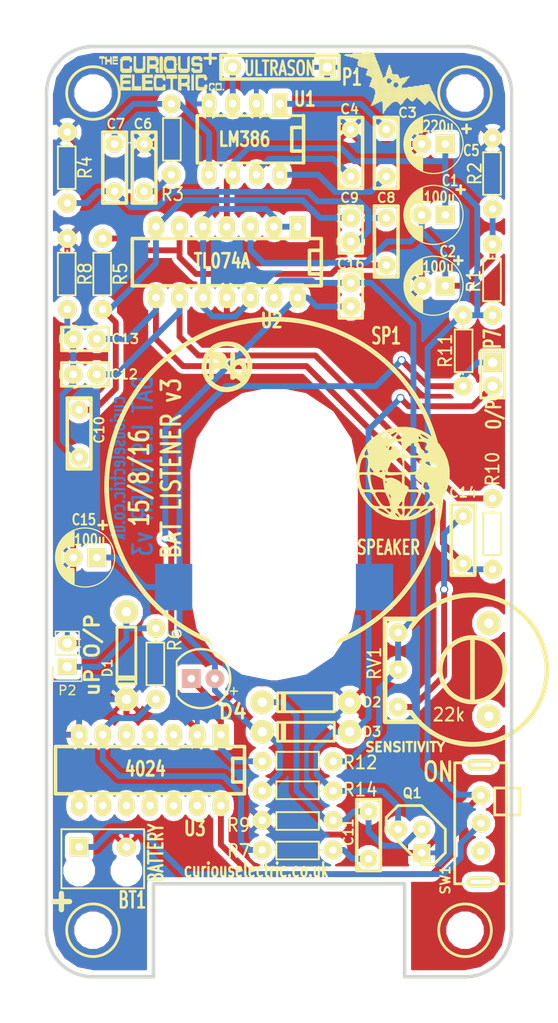
<source format=kicad_pcb>
(kicad_pcb (version 4) (host pcbnew 4.0.2-stable)
  (title_block (date "10 sep 2013"))
  (layers (0 Component signal) (31 Copper signal) (34 B.Paste user) (35 F.Paste user) (36 B.SilkS user) (37 F.SilkS user) (38 B.Mask user) (39 F.Mask user) (44 Edge.Cuts user))
  (net 0 "")
  (net 1 +BATT)
  (net 2 GND)
  (net 3 GNDA)
  (net 4 "Net-(BT1-Pad1)")
  (net 5 "Net-(C1-Pad2)")
  (net 6 "Net-(C3-Pad1)")
  (net 7 "Net-(C3-Pad2)")
  (net 8 "Net-(C4-Pad1)")
  (net 9 "Net-(C6-Pad1)")
  (net 10 "Net-(C7-Pad1)")
  (net 11 "Net-(C7-Pad2)")
  (net 12 "Net-(C8-Pad1)")
  (net 13 "Net-(C10-Pad2)")
  (net 14 "Net-(C10-Pad1)")
  (net 15 "Net-(C11-Pad1)")
  (net 16 "Net-(C11-Pad2)")
  (net 17 "Net-(C12-Pad1)")
  (net 18 "Net-(C13-Pad1)")
  (net 19 "Net-(C14-Pad1)")
  (net 20 "Net-(C15-Pad1)")
  (net 21 "Net-(C16-Pad1)")
  (net 22 "Net-(C16-Pad2)")
  (net 23 "Net-(D1-Pad1)")
  (net 24 "Net-(D3-Pad1)")
  (net 25 "Net-(P1-Pad2)")
  (net 26 "Net-(R6-Pad1)")
  (net 27 "Net-(U3-Pad3)")
  (net 28 "Net-(U3-Pad4)")
  (net 29 "Net-(U3-Pad5)")
  (net 30 "Net-(U3-Pad9)")
  (net 31 "Net-(U3-Pad11)")
  (net 32 "Net-(U3-Pad12)")
  (module TH_SPEAKER_36mm (layer Component) (at 124.465 87.31)
    (fp_text reference SP1 (at 12.06 -16.19) (layer F.SilkS) (effects (font (size 1.72974 1.08712) (thickness 0.27178))))
    (fp_text value SPEAKER (at 12.314 6.543) (layer F.SilkS) (effects (font (size 1.524 1.016) (thickness 0.254))))
    (pad 1 smd rect (at -10.795 10.795) (size 4 5) (layers Copper B.Paste B.Mask) (net 20 "Net-(C15-Pad1)"))
    (pad 2 smd rect (at 10.795 10.795) (size 4 5) (layers Copper B.Paste B.Mask) (net 24 "Net-(D3-Pad1)"))
    (pad "" np_thru_hole oval (at 0 5.08) (size 17 30) (drill oval 17 30) (layers *.Cu *.Mask))
  )
  (module DIP-14__300_ELL_lg_pad (layer Component) (at 111.13 117.79 180)
    (fp_text reference U3 (at -4.821 -6.289 360) (layer F.SilkS) (effects (font (size 1.524 1.143) (thickness 0.28702))))
    (fp_text value 4024 (at 0.508 0.127 180) (layer F.SilkS) (effects (font (size 1.524 1.143) (thickness 0.28575))))
    (pad 1 thru_hole rect (at -7.62 3.81 180) (size 1.778 2.286) (drill 0.8) (layers *.Cu *.Mask F.SilkS) (net 22 "Net-(C16-Pad2)"))
    (pad 2 thru_hole oval (at -5.08 3.81 180) (size 1.778 2.286) (drill 0.8) (layers *.Cu *.Mask F.SilkS) (net 2 GND))
    (pad 3 thru_hole oval (at -2.54 3.81 180) (size 1.778 2.286) (drill 0.8) (layers *.Cu *.Mask F.SilkS) (net 27 "Net-(U3-Pad3)"))
    (pad 4 thru_hole oval (at 0 3.81 180) (size 1.778 2.286) (drill 0.8) (layers *.Cu *.Mask F.SilkS) (net 28 "Net-(U3-Pad4)"))
    (pad 5 thru_hole oval (at 2.54 3.81 180) (size 1.778 2.286) (drill 0.8) (layers *.Cu *.Mask F.SilkS) (net 29 "Net-(U3-Pad5)"))
    (pad 6 thru_hole oval (at 5.08 3.81 180) (size 1.778 2.286) (drill 0.8) (layers *.Cu *.Mask F.SilkS) (net 26 "Net-(R6-Pad1)"))
    (pad 7 thru_hole oval (at 7.62 3.81 180) (size 1.778 2.286) (drill 0.8) (layers *.Cu *.Mask F.SilkS) (net 2 GND))
    (pad 8 thru_hole oval (at 7.62 -3.81 180) (size 1.778 2.286) (drill 0.8) (layers *.Cu *.Mask F.SilkS))
    (pad 9 thru_hole oval (at 5.08 -3.81 180) (size 1.778 2.286) (drill 0.8) (layers *.Cu *.Mask F.SilkS) (net 30 "Net-(U3-Pad9)"))
    (pad 10 thru_hole oval (at 2.54 -3.81 180) (size 1.778 2.286) (drill 0.8) (layers *.Cu *.Mask F.SilkS))
    (pad 11 thru_hole oval (at 0 -3.81 180) (size 1.778 2.286) (drill 0.8) (layers *.Cu *.Mask F.SilkS) (net 31 "Net-(U3-Pad11)"))
    (pad 12 thru_hole oval (at -2.54 -3.81 180) (size 1.778 2.286) (drill 0.8) (layers *.Cu *.Mask F.SilkS) (net 32 "Net-(U3-Pad12)"))
    (pad 13 thru_hole oval (at -5.08 -3.81 180) (size 1.778 2.286) (drill 0.8) (layers *.Cu *.Mask F.SilkS))
    (pad 14 thru_hole oval (at -7.62 -3.81 180) (size 1.778 2.286) (drill 0.8) (layers *.Cu *.Mask F.SilkS) (net 1 +BATT))
  )
  (module TH_LED-5MM_larg_pad (layer Component) (at 116.84 107.95 180)
    (fp_text reference D4 (at -3.175 -3.556 180) (layer F.SilkS) (effects (font (thickness 0.3048))))
    (fp_text value SENSE hide)
    (fp_text user + (at -3.302 -1.27 180) (layer F.SilkS))
    (pad 2 thru_hole circle (at -1.27 0 180) (size 2.032 2.032) (drill 0.8128) (layers *.Cu *.SilkS *.Mask F.Paste) (net 20 "Net-(C15-Pad1)"))
    (pad 1 thru_hole rect (at 1.27 0 180) (size 2.032 2.032) (drill 0.8128) (layers *.Cu *.SilkS *.Mask F.Paste) (net 24 "Net-(D3-Pad1)"))
  )
  (module Batt_Connector_Strain_Relief (layer Component) (at 104.78 126.045)
    (fp_text reference BT1 (at 4.445 5.715 180) (layer F.SilkS) (effects (font (size 1.72974 1.08712) (thickness 0.27178))))
    (fp_text value BATTERY (at 6.985 0.635 90) (layer F.SilkS) (effects (font (size 1.524 1.016) (thickness 0.254))))
    (fp_text user + (at -3.175 5.715) (layer F.SilkS) (effects (font (size 2.286 2.286) (thickness 0.5715))))
    (pad 1 thru_hole rect (at -1.27 0) (size 2.032 2.032) (drill 0.8001) (layers *.Cu *.Mask F.SilkS) (net 4 "Net-(BT1-Pad1)"))
    (pad 2 thru_hole circle (at 3.81 0) (size 2.032 2.032) (drill 0.8001) (layers *.Cu *.Mask F.SilkS) (net 2 GND))
    (pad "" np_thru_hole circle (at -1.27 2.54) (size 2.4 2.4) (drill 2.4) (layers *.Cu *.Mask F.SilkS))
    (pad 4 np_thru_hole circle (at 3.81 2.54) (size 2.4 2.4) (drill 2.4) (layers *.Cu *.Mask F.SilkS))
  )
  (module SW_SPDT_R_Angle_ALIEX (layer Component) (at 146.69 123.505)
    (fp_text reference SW1 (at -3.81 6.096 270) (layer F.SilkS) (effects (font (size 1.016 1.016) (thickness 0.2032))))
    (fp_text value ON/OFF hide)
    (pad 2 thru_hole circle (at 0.0254 0.00762) (size 2 2) (drill 0.8) (layers *.Cu *.Mask F.SilkS) (net 4 "Net-(BT1-Pad1)"))
    (pad 1 thru_hole circle (at 0 -3) (size 2 2) (drill 0.8) (layers *.Cu *.Mask F.SilkS) (net 1 +BATT))
    (pad 3 thru_hole circle (at 0 3) (size 2 2) (drill 0.8) (layers *.Cu *.Mask F.SilkS))
    (pad 4 thru_hole oval (at 0 -6.3) (size 3 1.2) (drill oval 2.2 0.4) (layers *.Cu *.Mask F.SilkS))
    (pad 5 thru_hole oval (at 0 6.3) (size 3 1.2) (drill oval 2.2 0.4) (layers *.Cu *.Mask F.SilkS))
  )
  (module PCB_50x100mm_PP3_CutOut (layer Component) (at 100 140)
    (fp_text reference P5 hide)
    (fp_text value PCB hide)
    (pad "" np_thru_hole circle (at 45 -95) (size 3 3) (drill 3) (layers *.Cu *.Mask F.SilkS))
    (pad "" np_thru_hole circle (at 5 -95) (size 3 3) (drill 3) (layers *.Cu *.Mask F.SilkS))
    (pad "" np_thru_hole circle (at 5 -5) (size 3 3) (drill 3) (layers *.Cu *.Mask F.SilkS))
    (pad "" np_thru_hole circle (at 45 -5) (size 3 3) (drill 3) (layers *.Cu *.Mask F.SilkS))
  )
  (module REInnovationFootprint:C_1V7_TH (layer Component) (at 141.61 58.1 180)
    (fp_text reference C1 (at -1.778 3.683 180) (layer F.SilkS) (effects (font (size 1.143 0.889) (thickness 0.2032))))
    (fp_text value 100u (at -0.635 1.905 180) (layer F.SilkS) (effects (font (size 1.143 0.889) (thickness 0.2032))))
    (fp_text user + (at -2.921 2.794 180) (layer F.SilkS) (effects (font (size 1.143 1.143) (thickness 0.28702))))
    (pad 1 thru_hole rect (at -1.27 0 180) (size 2.032 2.032) (drill 0.8001) (layers *.Cu *.Mask F.SilkS) (net 1 +BATT))
    (pad 2 thru_hole circle (at 1.27 0 180) (size 2.032 2.032) (drill 0.8001) (layers *.Cu *.Mask F.SilkS) (net 5 "Net-(C1-Pad2)"))
  )
  (module REInnovationFootprint:C_1V7_TH (layer Component) (at 141.61 65.72 180)
    (fp_text reference C2 (at -1.524 3.683 180) (layer F.SilkS) (effects (font (size 1.143 0.889) (thickness 0.2032))))
    (fp_text value 100u (at -0.508 2.032 180) (layer F.SilkS) (effects (font (size 1.143 0.889) (thickness 0.2032))))
    (fp_text user + (at -2.667 2.794 180) (layer F.SilkS) (effects (font (size 1.143 1.143) (thickness 0.28702))))
    (pad 1 thru_hole rect (at -1.27 0 180) (size 2.032 2.032) (drill 0.8001) (layers *.Cu *.Mask F.SilkS) (net 5 "Net-(C1-Pad2)"))
    (pad 2 thru_hole circle (at 1.27 0 180) (size 2.032 2.032) (drill 0.8001) (layers *.Cu *.Mask F.SilkS) (net 2 GND))
  )
  (module matts_components:C1_wide_lg_pad (layer Component) (at 136.525 50.165 270)
    (fp_text reference C3 (at -3.048 -2.286 360) (layer F.SilkS) (effects (font (size 1.016 1.016) (thickness 0.2032))))
    (fp_text value 220n hide)
    (pad 1 thru_hole circle (at -1.27 0 270) (size 1.905 1.905) (drill 0.8001) (layers *.Cu *.Mask F.SilkS) (net 6 "Net-(C3-Pad1)"))
    (pad 2 thru_hole circle (at 3.81 0 270) (size 1.905 1.905) (drill 0.8001) (layers *.Cu *.Mask F.SilkS) (net 7 "Net-(C3-Pad2)"))
  )
  (module matts_components:C1_wide_lg_pad (layer Component) (at 132.715 52.705 90)
    (fp_text reference C4 (at 5.969 -0.127 180) (layer F.SilkS) (effects (font (size 1.016 1.016) (thickness 0.2032))))
    (fp_text value 47n hide)
    (pad 1 thru_hole circle (at -1.27 0 90) (size 1.905 1.905) (drill 0.8001) (layers *.Cu *.Mask F.SilkS) (net 8 "Net-(C4-Pad1)"))
    (pad 2 thru_hole circle (at 3.81 0 90) (size 1.905 1.905) (drill 0.8001) (layers *.Cu *.Mask F.SilkS) (net 2 GND))
  )
  (module REInnovationFootprint:C_1V7_TH (layer Component) (at 141.61 50.48 180)
    (fp_text reference C5 (at -4.059 -0.701 180) (layer F.SilkS) (effects (font (size 1.143 0.889) (thickness 0.2032))))
    (fp_text value 220u (at -0.508 1.905 180) (layer F.SilkS) (effects (font (size 1.143 0.889) (thickness 0.2032))))
    (fp_text user + (at -3.551 1.712 180) (layer F.SilkS) (effects (font (size 1.143 1.143) (thickness 0.28702))))
    (pad 1 thru_hole rect (at -1.27 0 180) (size 2.032 2.032) (drill 0.8001) (layers *.Cu *.Mask F.SilkS) (net 1 +BATT))
    (pad 2 thru_hole circle (at 1.27 0 180) (size 2.032 2.032) (drill 0.8001) (layers *.Cu *.Mask F.SilkS) (net 2 GND))
  )
  (module matts_components:C1_wide_lg_pad (layer Component) (at 110.495 54.29 90)
    (fp_text reference C6 (at 5.969 -0.127 180) (layer F.SilkS) (effects (font (size 1.016 1.016) (thickness 0.2032))))
    (fp_text value 47n hide)
    (pad 1 thru_hole circle (at -1.27 0 90) (size 1.905 1.905) (drill 0.8001) (layers *.Cu *.Mask F.SilkS) (net 9 "Net-(C6-Pad1)"))
    (pad 2 thru_hole circle (at 3.81 0 90) (size 1.905 1.905) (drill 0.8001) (layers *.Cu *.Mask F.SilkS) (net 2 GND))
  )
  (module matts_components:C1_wide_lg_pad (layer Component) (at 107.32 51.75 270)
    (fp_text reference C7 (at -3.429 -0.127 360) (layer F.SilkS) (effects (font (size 1.016 1.016) (thickness 0.2032))))
    (fp_text value 2n2 hide)
    (pad 1 thru_hole circle (at -1.27 0 270) (size 1.905 1.905) (drill 0.8001) (layers *.Cu *.Mask F.SilkS) (net 10 "Net-(C7-Pad1)"))
    (pad 2 thru_hole circle (at 3.81 0 270) (size 1.905 1.905) (drill 0.8001) (layers *.Cu *.Mask F.SilkS) (net 11 "Net-(C7-Pad2)"))
  )
  (module matts_components:C1_wide_lg_pad (layer Component) (at 136.525 62.23 90)
    (fp_text reference C8 (at 5.969 0 180) (layer F.SilkS) (effects (font (size 1.016 1.016) (thickness 0.2032))))
    (fp_text value 1n5 hide)
    (pad 1 thru_hole circle (at -1.27 0 90) (size 1.905 1.905) (drill 0.8001) (layers *.Cu *.Mask F.SilkS) (net 12 "Net-(C8-Pad1)"))
    (pad 2 thru_hole circle (at 3.81 0 90) (size 1.905 1.905) (drill 0.8001) (layers *.Cu *.Mask F.SilkS) (net 11 "Net-(C7-Pad2)"))
  )
  (module matts_components:C1_lg_pad (layer Component) (at 132.715 59.69 270)
    (fp_text reference C9 (at -3.429 0.127 360) (layer F.SilkS) (effects (font (size 1.016 1.016) (thickness 0.2032))))
    (fp_text value 100p hide)
    (pad 1 thru_hole circle (at -1.27 0 270) (size 2.032 2.032) (drill 0.8001) (layers *.Cu *.Mask F.SilkS) (net 13 "Net-(C10-Pad2)"))
    (pad 2 thru_hole circle (at 1.27 0 270) (size 2.032 2.032) (drill 0.8001) (layers *.Cu *.Mask F.SilkS) (net 11 "Net-(C7-Pad2)"))
  )
  (module matts_components:C1_wide_lg_pad (layer Component) (at 103.51 82.865 90)
    (fp_text reference C10 (at 1.651 2.159 90) (layer F.SilkS) (effects (font (size 1.016 1.016) (thickness 0.2032))))
    (fp_text value 1n hide)
    (pad 1 thru_hole circle (at -1.27 0 90) (size 1.905 1.905) (drill 0.8001) (layers *.Cu *.Mask F.SilkS) (net 14 "Net-(C10-Pad1)"))
    (pad 2 thru_hole circle (at 3.81 0 90) (size 1.905 1.905) (drill 0.8001) (layers *.Cu *.Mask F.SilkS) (net 13 "Net-(C10-Pad2)"))
  )
  (module matts_components:C1_wide_lg_pad (layer Component) (at 134.625 126.045 90)
    (fp_text reference C11 (at 1.585 -2.164 270) (layer F.SilkS) (effects (font (size 1.016 1.016) (thickness 0.2032))))
    (fp_text value 33n hide)
    (pad 1 thru_hole circle (at -1.27 0 90) (size 1.905 1.905) (drill 0.8001) (layers *.Cu *.Mask F.SilkS) (net 15 "Net-(C11-Pad1)"))
    (pad 2 thru_hole circle (at 3.81 0 90) (size 1.905 1.905) (drill 0.8001) (layers *.Cu *.Mask F.SilkS) (net 16 "Net-(C11-Pad2)"))
  )
  (module matts_components:C1_lg_pad (layer Component) (at 104.145 75.245 180)
    (fp_text reference C12 (at -4.191 0 180) (layer F.SilkS) (effects (font (size 1.016 1.016) (thickness 0.2032))))
    (fp_text value 470p hide)
    (pad 1 thru_hole circle (at -1.27 0 180) (size 2.032 2.032) (drill 0.8001) (layers *.Cu *.Mask F.SilkS) (net 17 "Net-(C12-Pad1)"))
    (pad 2 thru_hole circle (at 1.27 0 180) (size 2.032 2.032) (drill 0.8001) (layers *.Cu *.Mask F.SilkS) (net 14 "Net-(C10-Pad1)"))
  )
  (module matts_components:C1_lg_pad (layer Component) (at 104.145 71.435 180)
    (fp_text reference C13 (at -4.318 0 180) (layer F.SilkS) (effects (font (size 1.016 1.016) (thickness 0.2032))))
    (fp_text value 470p hide)
    (pad 1 thru_hole circle (at -1.27 0 180) (size 2.032 2.032) (drill 0.8001) (layers *.Cu *.Mask F.SilkS) (net 18 "Net-(C13-Pad1)"))
    (pad 2 thru_hole circle (at 1.27 0 180) (size 2.032 2.032) (drill 0.8001) (layers *.Cu *.Mask F.SilkS) (net 14 "Net-(C10-Pad1)"))
  )
  (module matts_components:C1_wide_lg_pad (layer Component) (at 144.785 91.755 270)
    (fp_text reference C14 (at -3.81 0 360) (layer F.SilkS) (effects (font (size 1.016 1.016) (thickness 0.2032))))
    (fp_text value 100n hide)
    (pad 1 thru_hole circle (at -1.27 0 270) (size 1.905 1.905) (drill 0.8001) (layers *.Cu *.Mask F.SilkS) (net 19 "Net-(C14-Pad1)"))
    (pad 2 thru_hole circle (at 3.81 0 270) (size 1.905 1.905) (drill 0.8001) (layers *.Cu *.Mask F.SilkS) (net 18 "Net-(C13-Pad1)"))
  )
  (module REInnovationFootprint:C_1V7_TH (layer Component) (at 104.145 94.93 180)
    (fp_text reference C15 (at 0.127 4.064 180) (layer F.SilkS) (effects (font (size 1.143 0.889) (thickness 0.2032))))
    (fp_text value 100u (at -0.508 1.905 180) (layer F.SilkS) (effects (font (size 1.143 0.889) (thickness 0.2032))))
    (fp_text user + (at -1.905 3.556 180) (layer F.SilkS) (effects (font (size 1.143 1.143) (thickness 0.28702))))
    (pad 1 thru_hole rect (at -1.27 0 180) (size 2.032 2.032) (drill 0.8001) (layers *.Cu *.Mask F.SilkS) (net 20 "Net-(C15-Pad1)"))
    (pad 2 thru_hole circle (at 1.27 0 180) (size 2.032 2.032) (drill 0.8001) (layers *.Cu *.Mask F.SilkS) (net 2 GND))
  )
  (module matts_components:C1_lg_pad (layer Component) (at 132.715 66.675 270)
    (fp_text reference C16 (at -3.302 0 360) (layer F.SilkS) (effects (font (size 1.016 1.016) (thickness 0.2032))))
    (fp_text value 100p hide)
    (pad 1 thru_hole circle (at -1.27 0 270) (size 2.032 2.032) (drill 0.8001) (layers *.Cu *.Mask F.SilkS) (net 21 "Net-(C16-Pad1)"))
    (pad 2 thru_hole circle (at 1.27 0 270) (size 2.032 2.032) (drill 0.8001) (layers *.Cu *.Mask F.SilkS) (net 22 "Net-(C16-Pad2)"))
  )
  (module REInnovationFootprint:TH_Diode_1 (layer Component) (at 108.59 105.09 270)
    (fp_text reference D1 (at 1.717 2.037 270) (layer F.SilkS) (effects (font (size 1.016 1.016) (thickness 0.2032))))
    (fp_text value "5V1 ZENER" hide)
    (pad 2 thru_hole circle (at 5.08 0 270) (size 2.54 2.54) (drill 1.00076) (layers *.Cu *.Mask F.SilkS) (net 2 GND))
    (pad 1 thru_hole circle (at -4.318 0 270) (size 2.54 2.54) (drill 1.00076) (layers *.Cu *.Mask F.SilkS) (net 23 "Net-(D1-Pad1)"))
  )
  (module REInnovationFootprint:TH_Diode_1 (layer Component) (at 128.27 110.49 180)
    (fp_text reference D2 (at -6.731 0 180) (layer F.SilkS) (effects (font (size 1.016 1.016) (thickness 0.2032))))
    (fp_text value 1N4148 hide)
    (pad 2 thru_hole circle (at 5.08 0 180) (size 2.54 2.54) (drill 1.00076) (layers *.Cu *.Mask F.SilkS) (net 16 "Net-(C11-Pad2)"))
    (pad 1 thru_hole circle (at -4.318 0 180) (size 2.54 2.54) (drill 1.00076) (layers *.Cu *.Mask F.SilkS) (net 2 GND))
  )
  (module REInnovationFootprint:TH_Diode_1 (layer Component) (at 128.27 113.665 180)
    (fp_text reference D3 (at -6.731 0 180) (layer F.SilkS) (effects (font (size 1.016 1.016) (thickness 0.2032))))
    (fp_text value 1N4148 hide)
    (pad 2 thru_hole circle (at 5.08 0 180) (size 2.54 2.54) (drill 1.00076) (layers *.Cu *.Mask F.SilkS) (net 20 "Net-(C15-Pad1)"))
    (pad 1 thru_hole circle (at -4.318 0 180) (size 2.54 2.54) (drill 1.00076) (layers *.Cu *.Mask F.SilkS) (net 24 "Net-(D3-Pad1)"))
  )
  (module REInnovationFootprint:TO92-EBC_large_pad (layer Component) (at 139.07 125.41 270)
    (fp_text reference Q1 (at -5.141 -0.249 360) (layer F.SilkS) (effects (font (size 1.016 1.016) (thickness 0.2032))))
    (fp_text value BC337 hide)
    (pad 1 thru_hole rect (at 1.27 -1.27 270) (size 1.905 1.905) (drill 0.8001) (layers *.Cu *.Mask F.SilkS) (net 2 GND))
    (pad 2 thru_hole circle (at -1.27 -1.27 270) (size 1.905 1.905) (drill 0.8001) (layers *.Cu *.Mask F.SilkS) (net 16 "Net-(C11-Pad2)"))
    (pad 3 thru_hole circle (at -1.27 1.27 270) (size 1.905 1.905) (drill 0.8001) (layers *.Cu *.Mask F.SilkS) (net 24 "Net-(D3-Pad1)"))
  )
  (module REInnovationFootprint:TH_Resistor_1 (layer Component) (at 147.96 65.085 90)
    (fp_text reference R1 (at -0.127 -2.032 90) (layer F.SilkS) (effects (font (size 1.397 1.27) (thickness 0.2032))))
    (fp_text value 47k hide)
    (pad 1 thru_hole circle (at -3.81 0 90) (size 2.032 2.032) (drill 0.8001) (layers *.Cu *.Mask F.SilkS) (net 1 +BATT))
    (pad 2 thru_hole circle (at 3.81 0 90) (size 2.032 2.032) (drill 0.8001) (layers *.Cu *.Mask F.SilkS) (net 5 "Net-(C1-Pad2)"))
  )
  (module REInnovationFootprint:TH_Resistor_1 (layer Component) (at 147.96 53.655 90)
    (fp_text reference R2 (at 0 -1.905 90) (layer F.SilkS) (effects (font (size 1.397 1.27) (thickness 0.2032))))
    (fp_text value 47k hide)
    (pad 1 thru_hole circle (at -3.81 0 90) (size 2.032 2.032) (drill 0.8001) (layers *.Cu *.Mask F.SilkS) (net 5 "Net-(C1-Pad2)"))
    (pad 2 thru_hole circle (at 3.81 0 90) (size 2.032 2.032) (drill 0.8001) (layers *.Cu *.Mask F.SilkS) (net 2 GND))
  )
  (module REInnovationFootprint:TH_Resistor_1 (layer Component) (at 113.416 49.972 270)
    (fp_text reference R3 (at 5.908 -0.122 540) (layer F.SilkS) (effects (font (size 1.397 1.27) (thickness 0.2032))))
    (fp_text value 10 hide)
    (pad 1 thru_hole circle (at -3.81 0 270) (size 2.032 2.032) (drill 0.8001) (layers *.Cu *.Mask F.SilkS) (net 10 "Net-(C7-Pad1)"))
    (pad 2 thru_hole circle (at 3.81 0 270) (size 2.032 2.032) (drill 0.8001) (layers *.Cu *.Mask F.SilkS) (net 9 "Net-(C6-Pad1)"))
  )
  (module REInnovationFootprint:TH_Resistor_1 (layer Component) (at 102.24 53.02 90)
    (fp_text reference R4 (at 0 1.905 270) (layer F.SilkS) (effects (font (size 1.397 1.27) (thickness 0.2032))))
    (fp_text value 1k3 hide)
    (pad 1 thru_hole circle (at -3.81 0 90) (size 2.032 2.032) (drill 0.8001) (layers *.Cu *.Mask F.SilkS) (net 11 "Net-(C7-Pad2)"))
    (pad 2 thru_hole circle (at 3.81 0 90) (size 2.032 2.032) (drill 0.8001) (layers *.Cu *.Mask F.SilkS) (net 2 GND))
  )
  (module REInnovationFootprint:TH_Resistor_1 (layer Component) (at 106.05 64.45 90)
    (fp_text reference R5 (at 0 1.905 90) (layer F.SilkS) (effects (font (size 1.397 1.27) (thickness 0.2032))))
    (fp_text value 150k hide)
    (pad 1 thru_hole circle (at -3.81 0 90) (size 2.032 2.032) (drill 0.8001) (layers *.Cu *.Mask F.SilkS) (net 13 "Net-(C10-Pad2)"))
    (pad 2 thru_hole circle (at 3.81 0 90) (size 2.032 2.032) (drill 0.8001) (layers *.Cu *.Mask F.SilkS) (net 12 "Net-(C8-Pad1)"))
  )
  (module REInnovationFootprint:TH_Resistor_1 (layer Component) (at 111.765 106.36 90)
    (fp_text reference R6 (at 2.601 2.027 90) (layer F.SilkS) (effects (font (size 1.397 1.27) (thickness 0.2032))))
    (fp_text value 100k hide)
    (pad 1 thru_hole circle (at -3.81 0 90) (size 2.032 2.032) (drill 0.8001) (layers *.Cu *.Mask F.SilkS) (net 26 "Net-(R6-Pad1)"))
    (pad 2 thru_hole circle (at 3.81 0 90) (size 2.032 2.032) (drill 0.8001) (layers *.Cu *.Mask F.SilkS) (net 23 "Net-(D1-Pad1)"))
  )
  (module REInnovationFootprint:TH_Resistor_1 (layer Component) (at 127 126.365 180)
    (fp_text reference R7 (at 6.35 -0.127 180) (layer F.SilkS) (effects (font (size 1.397 1.27) (thickness 0.2032))))
    (fp_text value 1k hide)
    (pad 1 thru_hole circle (at -3.81 0 180) (size 2.032 2.032) (drill 0.8001) (layers *.Cu *.Mask F.SilkS) (net 15 "Net-(C11-Pad1)"))
    (pad 2 thru_hole circle (at 3.81 0 180) (size 2.032 2.032) (drill 0.8001) (layers *.Cu *.Mask F.SilkS) (net 26 "Net-(R6-Pad1)"))
  )
  (module REInnovationFootprint:TH_Resistor_1 (layer Component) (at 102.24 64.45 90)
    (fp_text reference R8 (at 0 1.905 90) (layer F.SilkS) (effects (font (size 1.397 1.27) (thickness 0.2032))))
    (fp_text value 1k hide)
    (pad 1 thru_hole circle (at -3.81 0 90) (size 2.032 2.032) (drill 0.8001) (layers *.Cu *.Mask F.SilkS) (net 14 "Net-(C10-Pad1)"))
    (pad 2 thru_hole circle (at 3.81 0 90) (size 2.032 2.032) (drill 0.8001) (layers *.Cu *.Mask F.SilkS) (net 2 GND))
  )
  (module REInnovationFootprint:TH_Resistor_1 (layer Component) (at 127 123.19 180)
    (fp_text reference R9 (at 6.35 -0.508 180) (layer F.SilkS) (effects (font (size 1.397 1.27) (thickness 0.2032))))
    (fp_text value 470k hide)
    (pad 1 thru_hole circle (at -3.81 0 180) (size 2.032 2.032) (drill 0.8001) (layers *.Cu *.Mask F.SilkS) (net 16 "Net-(C11-Pad2)"))
    (pad 2 thru_hole circle (at 3.81 0 180) (size 2.032 2.032) (drill 0.8001) (layers *.Cu *.Mask F.SilkS) (net 2 GND))
  )
  (module REInnovationFootprint:TH_Resistor_1 (layer Component) (at 147.96 92.39 90)
    (fp_text reference R10 (at 6.985 0 270) (layer F.SilkS) (effects (font (size 1.397 1.27) (thickness 0.2032))))
    (fp_text value 560k hide)
    (pad 1 thru_hole circle (at -3.81 0 90) (size 2.032 2.032) (drill 0.8001) (layers *.Cu *.Mask F.SilkS) (net 18 "Net-(C13-Pad1)"))
    (pad 2 thru_hole circle (at 3.81 0 90) (size 2.032 2.032) (drill 0.8001) (layers *.Cu *.Mask F.SilkS) (net 17 "Net-(C12-Pad1)"))
  )
  (module REInnovationFootprint:TH_Resistor_1 (layer Component) (at 144.785 72.705 270)
    (fp_text reference R11 (at 0 1.905 270) (layer F.SilkS) (effects (font (size 1.397 1.27) (thickness 0.2032))))
    (fp_text value 100 hide)
    (pad 1 thru_hole circle (at -3.81 0 270) (size 2.032 2.032) (drill 0.8001) (layers *.Cu *.Mask F.SilkS) (net 1 +BATT))
    (pad 2 thru_hole circle (at 3.81 0 270) (size 2.032 2.032) (drill 0.8001) (layers *.Cu *.Mask F.SilkS) (net 20 "Net-(C15-Pad1)"))
  )
  (module REInnovationFootprint:TH_Resistor_1 (layer Component) (at 127 116.84)
    (fp_text reference R12 (at 6.731 0.127) (layer F.SilkS) (effects (font (size 1.397 1.27) (thickness 0.2032))))
    (fp_text value 10k hide)
    (pad 1 thru_hole circle (at -3.81 0) (size 2.032 2.032) (drill 0.8001) (layers *.Cu *.Mask F.SilkS) (net 22 "Net-(C16-Pad2)"))
    (pad 2 thru_hole circle (at 3.81 0) (size 2.032 2.032) (drill 0.8001) (layers *.Cu *.Mask F.SilkS) (net 21 "Net-(C16-Pad1)"))
  )
  (module REInnovationFootprint:TH_Resistor_1 (layer Component) (at 127 120.015)
    (fp_text reference R14 (at 6.731 -0.127) (layer F.SilkS) (effects (font (size 1.397 1.27) (thickness 0.2032))))
    (fp_text value 1k hide)
    (pad 1 thru_hole circle (at -3.81 0) (size 2.032 2.032) (drill 0.8001) (layers *.Cu *.Mask F.SilkS) (net 20 "Net-(C15-Pad1)"))
    (pad 2 thru_hole circle (at 3.81 0) (size 2.032 2.032) (drill 0.8001) (layers *.Cu *.Mask F.SilkS) (net 24 "Net-(D3-Pad1)"))
  )
  (module REInnovationFootprint:DIP-8_300_ELL (layer Component) (at 117.48 49.972 180)
    (fp_text reference U1 (at -10.287 4.318 180) (layer F.SilkS) (effects (font (size 1.524 1.143) (thickness 0.28702))))
    (fp_text value LM386 (at -3.81 0 180) (layer F.SilkS) (effects (font (size 1.524 1.143) (thickness 0.28702))))
    (pad 1 thru_hole rect (at -7.62 3.81 180) (size 1.5748 2.286) (drill 0.8128) (layers *.Cu *.Mask F.SilkS) (net 6 "Net-(C3-Pad1)"))
    (pad 2 thru_hole oval (at -5.08 3.81 180) (size 1.5748 2.286) (drill 0.8128) (layers *.Cu *.Mask F.SilkS) (net 2 GND))
    (pad 3 thru_hole oval (at -2.54 3.81 180) (size 1.5748 2.286) (drill 0.8128) (layers *.Cu *.Mask F.SilkS) (net 25 "Net-(P1-Pad2)"))
    (pad 4 thru_hole oval (at 0 3.81 180) (size 1.5748 2.286) (drill 0.8128) (layers *.Cu *.Mask F.SilkS) (net 2 GND))
    (pad 5 thru_hole oval (at 0 -3.81 180) (size 1.5748 2.286) (drill 0.8128) (layers *.Cu *.Mask F.SilkS) (net 10 "Net-(C7-Pad1)"))
    (pad 6 thru_hole oval (at -2.54 -3.81 180) (size 1.5748 2.286) (drill 0.8128) (layers *.Cu *.Mask F.SilkS) (net 1 +BATT))
    (pad 7 thru_hole oval (at -5.08 -3.81 180) (size 1.5748 2.286) (drill 0.8128) (layers *.Cu *.Mask F.SilkS) (net 8 "Net-(C4-Pad1)"))
    (pad 8 thru_hole oval (at -7.62 -3.81 180) (size 1.5748 2.286) (drill 0.8128) (layers *.Cu *.Mask F.SilkS) (net 7 "Net-(C3-Pad2)"))
  )
  (module matts_components:SIL-2_lg_pad_1mm (layer Component) (at 147.96 75.245 270)
    (fp_text reference P7 (at -3.81 0 270) (layer F.SilkS) (effects (font (size 1.72974 1.08712) (thickness 0.27178))))
    (fp_text value O/P (at 4.318 -0.127 270) (layer F.SilkS) (effects (font (size 1.524 1.016) (thickness 0.254))))
    (pad 1 thru_hole rect (at -1.27 0 270) (size 2.032 2.032) (drill 1.00076) (layers *.Cu *.Mask F.SilkS) (net 20 "Net-(C15-Pad1)"))
    (pad 2 thru_hole circle (at 1.27 0 270) (size 2.032 2.032) (drill 1.00076) (layers *.Cu *.Mask F.SilkS) (net 24 "Net-(D3-Pad1)"))
  )
  (module reinnovation-footprints:TH_PRESET_Thumb_Side (layer Component) (at 137.8 106.995)
    (fp_text reference RV1 (at -2.545 -0.696 270) (layer F.SilkS) (effects (font (size 1.397 1.27) (thickness 0.2032))))
    (fp_text value 22k (at 5.461 4.826) (layer F.SilkS) (effects (font (size 1.397 1.27) (thickness 0.2032))))
    (pad 5 thru_hole circle (at 9.75 5) (size 2.54 2.54) (drill 1) (layers *.Cu *.Mask F.SilkS))
    (pad 1 thru_hole circle (at 0 -4) (size 2 2) (drill 0.8) (layers *.Cu *.Mask F.SilkS) (net 21 "Net-(C16-Pad1)"))
    (pad 4 thru_hole circle (at 9.75 -5) (size 2.54 2.54) (drill 1) (layers *.Cu *.Mask F.SilkS))
    (pad 3 thru_hole circle (at 0 4) (size 2 2) (drill 0.8) (layers *.Cu *.Mask F.SilkS) (net 19 "Net-(C14-Pad1)"))
    (pad 2 thru_hole circle (at 0 0) (size 2 2) (drill 0.8) (layers *.Cu *.Mask F.SilkS) (net 21 "Net-(C16-Pad1)"))
  )
  (module reinnovation-footprints:TH_Ultra_sonic_Rx (layer Component) (at 128.91 42.225 180)
    (fp_text reference P1 (at -3.932 -1.082 180) (layer F.SilkS) (effects (font (size 1.72974 1.08712) (thickness 0.27178))))
    (fp_text value ULTRASON (at 3.81 -0.127 180) (layer F.SilkS) (effects (font (size 1.524 1.016) (thickness 0.254))))
    (fp_text user + (at 11.308 1.077 180) (layer F.SilkS) (effects (font (thickness 0.3048))))
    (pad 1 thru_hole rect (at -1.27 0 180) (size 1.80086 1.80086) (drill 1.00076) (layers *.Cu *.Mask F.SilkS) (net 2 GND))
    (pad 2 thru_hole circle (at 8.89 0 180) (size 1.80086 1.80086) (drill 1.00076) (layers *.Cu *.Mask F.SilkS) (net 25 "Net-(P1-Pad2)"))
  )
  (module reinnovation-footprints:TH_Pin_Header_Straight_1x02 (layer Component) (at 102.235 106.68 180)
    (fp_text reference P2 (at 0 -2.54 180) (layer F.SilkS))
    (fp_text value "uP O/P" (at -2.667 1.27 270) (layer F.SilkS) (effects (font (thickness 0.3048))))
    (pad 1 thru_hole rect (at 0 0 180) (size 2.032 1.7272) (drill 1.016) (layers *.Cu *.Mask F.SilkS) (net 23 "Net-(D1-Pad1)"))
    (pad 2 thru_hole oval (at 0 2.54 180) (size 2.032 1.7272) (drill 1.016) (layers *.Cu *.Mask F.SilkS) (net 2 GND))
  )
  (module CuriousElectric3:TCEC_Words_13mm (layer Component) (at 105.41 40.767)
    (fp_text reference P10 hide)
    (fp_text value LOGO1 hide)
  )
  (module CuriousElectric3:CuriousElectric_globe_10mm (layer Component) (at 138.303 85.852)
    (fp_text reference P11 hide)
    (fp_text value LOGO2 hide)
  )
  (module CuriousElectric3:Bat_Logo (layer Component) (at 131.826 40.005)
    (fp_text reference P4 hide)
    (fp_text value BAT hide)
  )
  (module REInnovationGraphics:PH_LOGO_NO_Pb (layer Component) (at 119.38 74.422)
    (fp_text reference P3 hide)
    (fp_text value NO_Pb hide)
  )
  (module REInnovationFootprint:DIP-14__300_ELL_lg_pad (layer Component) (at 119.385 63.18 180)
    (fp_text reference U2 (at -4.821 -6.289 360) (layer F.SilkS) (effects (font (size 1.524 1.143) (thickness 0.28702))))
    (fp_text value TL074A (at 0.508 0.127 180) (layer F.SilkS) (effects (font (size 1.524 1.143) (thickness 0.28575))))
    (pad 1 thru_hole rect (at -7.62 3.81 180) (size 1.778 2.286) (drill 0.8) (layers *.Cu *.Mask F.SilkS) (net 3 GNDA))
    (pad 2 thru_hole oval (at -5.08 3.81 180) (size 1.778 2.286) (drill 0.8) (layers *.Cu *.Mask F.SilkS) (net 3 GNDA))
    (pad 3 thru_hole oval (at -2.54 3.81 180) (size 1.778 2.286) (drill 0.8) (layers *.Cu *.Mask F.SilkS) (net 5 "Net-(C1-Pad2)"))
    (pad 4 thru_hole oval (at 0 3.81 180) (size 1.778 2.286) (drill 0.8) (layers *.Cu *.Mask F.SilkS) (net 1 +BATT))
    (pad 5 thru_hole oval (at 2.54 3.81 180) (size 1.778 2.286) (drill 0.8) (layers *.Cu *.Mask F.SilkS) (net 3 GNDA))
    (pad 6 thru_hole oval (at 5.08 3.81 180) (size 1.778 2.286) (drill 0.8) (layers *.Cu *.Mask F.SilkS) (net 12 "Net-(C8-Pad1)"))
    (pad 7 thru_hole oval (at 7.62 3.81 180) (size 1.778 2.286) (drill 0.8) (layers *.Cu *.Mask F.SilkS) (net 13 "Net-(C10-Pad2)"))
    (pad 8 thru_hole oval (at 7.62 -3.81 180) (size 1.778 2.286) (drill 0.8) (layers *.Cu *.Mask F.SilkS) (net 18 "Net-(C13-Pad1)"))
    (pad 9 thru_hole oval (at 5.08 -3.81 180) (size 1.778 2.286) (drill 0.8) (layers *.Cu *.Mask F.SilkS) (net 17 "Net-(C12-Pad1)"))
    (pad 10 thru_hole oval (at 2.54 -3.81 180) (size 1.778 2.286) (drill 0.8) (layers *.Cu *.Mask F.SilkS) (net 3 GNDA))
    (pad 11 thru_hole oval (at 0 -3.81 180) (size 1.778 2.286) (drill 0.8) (layers *.Cu *.Mask F.SilkS) (net 2 GND))
    (pad 12 thru_hole oval (at -2.54 -3.81 180) (size 1.778 2.286) (drill 0.8) (layers *.Cu *.Mask F.SilkS) (net 3 GNDA))
    (pad 13 thru_hole oval (at -5.08 -3.81 180) (size 1.778 2.286) (drill 0.8) (layers *.Cu *.Mask F.SilkS) (net 21 "Net-(C16-Pad1)"))
    (pad 14 thru_hole oval (at -7.62 -3.81 180) (size 1.778 2.286) (drill 0.8) (layers *.Cu *.Mask F.SilkS) (net 22 "Net-(C16-Pad2)"))
  )
  (gr_text ON (at 142.113 117.983) (layer F.SilkS) (effects (font (size 2.032 1.524) (thickness 0.3048))))
  (gr_text SENSITIVITY (at 138.557 115.316) (layer F.SilkS) (effects (font (size 1 1) (thickness 0.25))))
  (gr_text "BAT LISTENER v3" (at 110.363 85.09 90) (layer Copper) (effects (font (size 2.032 1.524) (thickness 0.3048)) (justify mirror)))
  (gr_text curiouselectric.co.uk (at 107.696 85.344 90) (layer Copper) (effects (font (size 1.50114 1.00076) (thickness 0.25019)) (justify mirror)))
  (gr_line (start 138.5 140) (end 145 140) (angle 90) (layer Edge.Cuts) (width 0.381))
  (gr_line (start 138.5 130) (end 138.5 140) (angle 90) (layer Edge.Cuts) (width 0.381))
  (gr_line (start 111.5 130) (end 138.5 130) (angle 90) (layer Edge.Cuts) (width 0.381))
  (gr_line (start 111.5 140) (end 111.5 130) (angle 90) (layer Edge.Cuts) (width 0.381))
  (gr_line (start 105 140) (end 111.5 140) (angle 90) (layer Edge.Cuts) (width 0.381))
  (gr_arc (start 105 135) (end 105 140) (angle 90) (layer Edge.Cuts) (width 0.381))
  (gr_arc (start 145 135) (end 150 135) (angle 90) (layer Edge.Cuts) (width 0.381))
  (gr_arc (start 145 45) (end 145 40) (angle 90) (layer Edge.Cuts) (width 0.381))
  (gr_arc (start 105 45) (end 100 45) (angle 90) (layer Edge.Cuts) (width 0.381))
  (gr_line (start 145 40) (end 105 40) (angle 90) (layer Edge.Cuts) (width 0.381))
  (gr_line (start 150 135) (end 150 45) (angle 90) (layer Edge.Cuts) (width 0.381))
  (gr_line (start 100 45) (end 100 135) (angle 90) (layer Edge.Cuts) (width 0.381))
  (gr_text 15/8/16 (at 109.982 86.36 90) (layer F.SilkS) (effects (font (size 2.032 1.524) (thickness 0.3048))))
  (gr_text curiouselectric.co.uk (at 122.555 128.524) (layer F.SilkS) (effects (font (size 1.50114 1.00076) (thickness 0.25019))))
  (gr_text "BAT LISTENER v3" (at 113.411 85.344 90) (layer F.SilkS) (effects (font (size 2.032 1.524) (thickness 0.3048))))
  (segment (start 120.02 53.782) (end 120.02 52.573) (width 0.635) (layer Copper) (net 1))
  (segment (start 133.096 52.324) (end 142.88 52.324) (width 0.635) (layer Copper) (net 1))
  (segment (start 131.699 50.927) (end 133.096 52.324) (width 0.635) (layer Copper) (net 1))
  (segment (start 121.666 50.927) (end 131.699 50.927) (width 0.635) (layer Copper) (net 1))
  (segment (start 120.02 52.573) (end 121.666 50.927) (width 0.635) (layer Copper) (net 1))
  (segment (start 140.975 104.963) (end 140.975 117.155) (width 0.635) (layer Copper) (net 1))
  (segment (start 144.2516 120.4316) (end 146.7154 120.4316) (width 0.635) (layer Copper) (net 1))
  (segment (start 140.975 117.155) (end 144.2516 120.4316) (width 0.635) (layer Copper) (net 1))
  (segment (start 144.785 68.895) (end 144.531 68.895) (width 0.635) (layer Copper) (net 1))
  (segment (start 144.531 68.895) (end 140.975 72.451) (width 0.635) (layer Copper) (net 1))
  (segment (start 140.975 72.451) (end 140.975 104.963) (width 0.635) (layer Copper) (net 1))
  (segment (start 140.975 104.963) (end 140.975 106.741) (width 0.635) (layer Copper) (net 1))
  (segment (start 146.309 68.895) (end 146.309 57.211) (width 0.635) (layer Copper) (net 1))
  (segment (start 146.309 57.211) (end 144.023 54.925) (width 0.635) (layer Copper) (net 1))
  (segment (start 144.785 68.895) (end 146.309 68.895) (width 0.635) (layer Copper) (net 1))
  (segment (start 146.309 68.895) (end 147.96 68.895) (width 0.635) (layer Copper) (net 1))
  (segment (start 118.75 121.6) (end 118.75 125.791) (width 0.635) (layer Component) (net 1))
  (segment (start 118.75 125.791) (end 121.925 128.966) (width 0.635) (layer Component) (net 1))
  (segment (start 121.925 128.966) (end 141.483 128.966) (width 0.635) (layer Component) (net 1))
  (segment (start 141.483 128.966) (end 143.515 126.934) (width 0.635) (layer Component) (net 1))
  (segment (start 143.515 126.934) (end 143.515 123.632) (width 0.635) (layer Component) (net 1))
  (segment (start 143.515 123.632) (end 146.7154 120.4316) (width 0.635) (layer Component) (net 1))
  (segment (start 120.02 53.782) (end 120.02 52.893) (width 0.635) (layer Copper) (net 1))
  (segment (start 142.88 54.925) (end 144.023 54.925) (width 0.635) (layer Copper) (net 1))
  (segment (start 119.385 59.37) (end 119.385 54.417) (width 0.635) (layer Component) (net 1))
  (segment (start 119.385 54.417) (end 120.02 53.782) (width 0.635) (layer Component) (net 1))
  (segment (start 142.88 50.48) (end 142.88 52.324) (width 0.635) (layer Copper) (net 1))
  (segment (start 142.88 52.324) (end 142.88 52.639) (width 0.635) (layer Copper) (net 1))
  (segment (start 142.88 52.639) (end 142.88 54.925) (width 0.635) (layer Copper) (net 1))
  (segment (start 142.88 54.925) (end 142.88 58.1) (width 0.635) (layer Copper) (net 1))
  (segment (start 119.385 66.99) (end 119.385 68.585) (width 0.635) (layer Component) (net 2))
  (segment (start 138.176 67.818) (end 138.176 67.884) (width 0.635) (layer Component) (net 2))
  (segment (start 136.144 69.85) (end 138.176 67.818) (width 0.635) (layer Component) (net 2))
  (segment (start 120.65 69.85) (end 136.144 69.85) (width 0.635) (layer Component) (net 2))
  (segment (start 119.385 68.585) (end 120.65 69.85) (width 0.635) (layer Component) (net 2))
  (segment (start 108.59 126.045) (end 108.59 124.719) (width 0.635) (layer Component) (net 2))
  (segment (start 102.814 123.825) (end 101.478 122.489) (width 0.635) (layer Component) (net 2))
  (segment (start 107.696 123.825) (end 102.814 123.825) (width 0.635) (layer Component) (net 2))
  (segment (start 108.59 124.719) (end 107.696 123.825) (width 0.635) (layer Component) (net 2))
  (segment (start 132.715 48.895) (end 132.715 49.276) (width 0.635) (layer Component) (net 2))
  (segment (start 132.715 49.276) (end 133.919 50.48) (width 0.635) (layer Component) (net 2))
  (segment (start 133.919 50.48) (end 140.34 50.48) (width 0.635) (layer Component) (net 2))
  (segment (start 138.562 51.435) (end 138.562 50.48) (width 0.635) (layer Component) (net 2))
  (segment (start 140.34 62.418) (end 138.562 60.64) (width 0.635) (layer Component) (net 2))
  (segment (start 138.562 60.64) (end 138.562 51.435) (width 0.635) (layer Component) (net 2))
  (segment (start 140.34 65.72) (end 140.34 62.418) (width 0.635) (layer Component) (net 2))
  (segment (start 138.562 50.48) (end 138.557 50.475) (width 0.635) (layer Component) (net 2))
  (segment (start 138.557 50.475) (end 138.557 50.419) (width 0.635) (layer Component) (net 2))
  (segment (start 138.557 50.419) (end 138.557 50.48) (width 0.635) (layer Component) (net 2))
  (segment (start 130.18 42.225) (end 130.18 48.702) (width 0.635) (layer Component) (net 2))
  (segment (start 130.302 48.514) (end 130.302 48.702) (width 0.635) (layer Component) (net 2))
  (segment (start 130.302 48.58) (end 130.302 48.514) (width 0.635) (layer Component) (net 2))
  (segment (start 130.18 48.702) (end 130.302 48.58) (width 0.635) (layer Component) (net 2))
  (segment (start 122.56 46.162) (end 122.56 48.702) (width 0.635) (layer Component) (net 2))
  (segment (start 122.555 48.641) (end 122.555 48.702) (width 0.635) (layer Component) (net 2))
  (segment (start 122.621 48.641) (end 122.555 48.641) (width 0.635) (layer Component) (net 2))
  (segment (start 122.682 48.702) (end 122.621 48.641) (width 0.635) (layer Component) (net 2))
  (segment (start 122.682 48.58) (end 122.682 48.702) (width 0.635) (layer Component) (net 2))
  (segment (start 122.56 48.702) (end 122.682 48.58) (width 0.635) (layer Component) (net 2))
  (segment (start 132.715 48.895) (end 133.223 48.895) (width 0.635) (layer Component) (net 2))
  (segment (start 124.333 48.702) (end 130.302 48.702) (width 0.635) (layer Component) (net 2))
  (segment (start 130.302 48.702) (end 132.522 48.702) (width 0.635) (layer Component) (net 2))
  (segment (start 122.555 48.702) (end 124.333 48.702) (width 0.635) (layer Component) (net 2))
  (segment (start 132.522 48.702) (end 132.715 48.895) (width 0.635) (layer Component) (net 2))
  (segment (start 108.59 110.17) (end 107.249 110.17) (width 0.635) (layer Component) (net 2))
  (segment (start 107.249 110.17) (end 105.029 107.95) (width 0.635) (layer Component) (net 2))
  (segment (start 102.235 104.14) (end 105.156 104.14) (width 0.635) (layer Component) (net 2))
  (segment (start 102.875 94.93) (end 102.875 99.573) (width 0.635) (layer Component) (net 2))
  (segment (start 101.473 114.3) (end 101.478 114.3) (width 0.635) (layer Component) (net 2))
  (segment (start 105.029 107.95) (end 101.473 111.506) (width 0.635) (layer Component) (net 2))
  (segment (start 101.473 111.506) (end 101.473 114.3) (width 0.635) (layer Component) (net 2))
  (segment (start 105.156 107.823) (end 105.029 107.95) (width 0.635) (layer Component) (net 2))
  (segment (start 105.156 104.14) (end 105.156 107.823) (width 0.635) (layer Component) (net 2))
  (segment (start 105.156 101.854) (end 105.156 104.14) (width 0.635) (layer Component) (net 2))
  (segment (start 102.875 99.573) (end 105.156 101.854) (width 0.635) (layer Component) (net 2))
  (segment (start 102.24 60.64) (end 102.24 62.616) (width 0.635) (layer Component) (net 2))
  (segment (start 102.875 90.165) (end 102.875 94.93) (width 0.635) (layer Component) (net 2))
  (segment (start 108.966 84.074) (end 102.875 90.165) (width 0.635) (layer Component) (net 2))
  (segment (start 108.966 68.072) (end 108.966 84.074) (width 0.635) (layer Component) (net 2))
  (segment (start 105.664 64.77) (end 108.966 68.072) (width 0.635) (layer Component) (net 2))
  (segment (start 104.394 64.77) (end 105.664 64.77) (width 0.635) (layer Component) (net 2))
  (segment (start 102.24 62.616) (end 104.394 64.77) (width 0.635) (layer Component) (net 2))
  (segment (start 132.588 110.49) (end 133.223 110.49) (width 0.635) (layer Component) (net 2))
  (segment (start 133.223 110.49) (end 142.24 119.507) (width 0.635) (layer Component) (net 2))
  (segment (start 142.24 119.507) (end 142.24 124.78) (width 0.635) (layer Component) (net 2))
  (segment (start 142.24 124.78) (end 140.34 126.68) (width 0.635) (layer Component) (net 2))
  (segment (start 140.34 126.68) (end 136.967 126.68) (width 0.635) (layer Component) (net 2))
  (segment (start 124.714 124.714) (end 123.19 123.19) (width 0.635) (layer Component) (net 2))
  (segment (start 135.001 124.714) (end 124.714 124.714) (width 0.635) (layer Component) (net 2))
  (segment (start 136.967 126.68) (end 135.001 124.714) (width 0.635) (layer Component) (net 2))
  (segment (start 123.19 123.19) (end 117.983 117.983) (width 0.635) (layer Component) (net 2))
  (segment (start 116.078 116.078) (end 116.078 114.112) (width 0.635) (layer Component) (net 2))
  (segment (start 117.983 117.983) (end 116.078 116.078) (width 0.635) (layer Component) (net 2))
  (segment (start 116.078 114.112) (end 116.21 113.98) (width 0.635) (layer Component) (net 2))
  (segment (start 108.59 126.045) (end 108.59 125.41) (width 0.635) (layer Component) (net 2))
  (segment (start 101.478 122.489) (end 101.478 114.3) (width 0.635) (layer Component) (net 2))
  (segment (start 101.478 114.3) (end 101.478 113.98) (width 0.635) (layer Component) (net 2))
  (segment (start 103.51 113.98) (end 101.478 113.98) (width 0.635) (layer Component) (net 2))
  (segment (start 116.21 114.869) (end 116.21 113.98) (width 0.635) (layer Component) (net 2))
  (segment (start 116.21 113.98) (end 116.21 113.472) (width 0.635) (layer Component) (net 2))
  (segment (start 116.21 113.472) (end 114.813 112.075) (width 0.635) (layer Component) (net 2))
  (segment (start 114.813 112.075) (end 108.844 112.075) (width 0.635) (layer Component) (net 2))
  (segment (start 108.844 112.075) (end 108.59 111.821) (width 0.635) (layer Component) (net 2))
  (segment (start 108.59 111.821) (end 108.59 110.17) (width 0.635) (layer Component) (net 2))
  (segment (start 138.176 67.884) (end 140.34 65.72) (width 0.635) (layer Component) (net 2))
  (segment (start 108.59 110.17) (end 105.034 110.17) (width 0.635) (layer Copper) (net 2))
  (segment (start 103.51 111.694) (end 103.51 113.98) (width 0.635) (layer Copper) (net 2))
  (segment (start 105.034 110.17) (end 103.51 111.694) (width 0.635) (layer Copper) (net 2))
  (segment (start 102.24 49.21) (end 102.24 49.464) (width 0.635) (layer Component) (net 2))
  (segment (start 102.24 49.464) (end 104.399 51.623) (width 0.635) (layer Component) (net 2))
  (segment (start 104.399 51.623) (end 104.399 58.481) (width 0.635) (layer Component) (net 2))
  (segment (start 104.399 58.481) (end 102.24 60.64) (width 0.635) (layer Component) (net 2))
  (segment (start 140.34 50.48) (end 140.34 49.464) (width 0.635) (layer Component) (net 2))
  (segment (start 140.34 49.464) (end 141.483 48.321) (width 0.635) (layer Component) (net 2))
  (segment (start 146.436 48.321) (end 147.96 49.845) (width 0.635) (layer Component) (net 2))
  (segment (start 141.483 48.321) (end 146.436 48.321) (width 0.635) (layer Component) (net 2))
  (segment (start 138.557 50.48) (end 139.07 50.48) (width 0.635) (layer Component) (net 2))
  (segment (start 139.07 50.48) (end 140.34 50.48) (width 0.635) (layer Component) (net 2))
  (segment (start 121.036 48.702) (end 122.555 48.702) (width 0.635) (layer Component) (net 2))
  (segment (start 117.48 48.702) (end 121.036 48.702) (width 0.635) (layer Component) (net 2))
  (segment (start 110.495 50.48) (end 115.702 50.48) (width 0.635) (layer Component) (net 2))
  (segment (start 117.48 48.702) (end 117.48 46.162) (width 0.635) (layer Component) (net 2))
  (segment (start 115.702 50.48) (end 117.48 48.702) (width 0.635) (layer Component) (net 2))
  (segment (start 102.24 49.464) (end 105.034 52.258) (width 0.635) (layer Component) (net 2))
  (segment (start 105.034 52.258) (end 108.717 52.258) (width 0.635) (layer Component) (net 2))
  (segment (start 108.717 52.258) (end 110.495 50.48) (width 0.635) (layer Component) (net 2))
  (segment (start 121.925 66.99) (end 121.925 67.371) (width 0.635) (layer Copper) (net 3))
  (segment (start 121.925 67.371) (end 120.274 69.022) (width 0.635) (layer Copper) (net 3))
  (segment (start 120.274 69.022) (end 117.861 69.022) (width 0.635) (layer Copper) (net 3))
  (segment (start 117.861 69.022) (end 116.845 68.006) (width 0.635) (layer Copper) (net 3))
  (segment (start 116.845 68.006) (end 116.845 66.99) (width 0.635) (layer Copper) (net 3))
  (segment (start 116.845 59.37) (end 116.845 58.608) (width 0.635) (layer Copper) (net 3))
  (segment (start 116.845 58.608) (end 117.988 57.465) (width 0.635) (layer Copper) (net 3))
  (segment (start 123.576 57.465) (end 124.465 58.354) (width 0.635) (layer Copper) (net 3))
  (segment (start 117.988 57.465) (end 123.576 57.465) (width 0.635) (layer Copper) (net 3))
  (segment (start 124.465 58.354) (end 124.465 59.37) (width 0.635) (layer Copper) (net 3))
  (segment (start 116.845 66.99) (end 116.845 59.37) (width 0.635) (layer Copper) (net 3))
  (segment (start 127.005 59.37) (end 124.465 59.37) (width 0.635) (layer Copper) (net 3))
  (segment (start 107.188 124.333) (end 110.236 124.333) (width 0.635) (layer Copper) (net 4))
  (segment (start 110.236 124.333) (end 114.869 128.966) (width 0.635) (layer Copper) (net 4))
  (segment (start 103.51 126.045) (end 105.222 126.045) (width 0.635) (layer Copper) (net 4))
  (segment (start 106.934 124.333) (end 107.188 124.333) (width 0.635) (layer Copper) (net 4))
  (segment (start 105.222 126.045) (end 106.934 124.333) (width 0.635) (layer Copper) (net 4))
  (segment (start 103.51 126.045) (end 104.145 126.045) (width 0.635) (layer Copper) (net 4))
  (segment (start 144.531 125.69702) (end 146.7154 123.51262) (width 0.635) (layer Copper) (net 4))
  (segment (start 144.531 127.188) (end 144.531 125.69702) (width 0.635) (layer Copper) (net 4))
  (segment (start 142.753 128.966) (end 144.531 127.188) (width 0.635) (layer Copper) (net 4))
  (segment (start 114.869 128.966) (end 142.753 128.966) (width 0.635) (layer Copper) (net 4))
  (segment (start 121.925 59.37) (end 121.925 61.854) (width 0.635) (layer Copper) (net 5))
  (segment (start 139.131 60.96) (end 140.34 59.751) (width 0.635) (layer Copper) (net 5))
  (segment (start 136.652 60.96) (end 139.131 60.96) (width 0.635) (layer Copper) (net 5))
  (segment (start 134.366 63.246) (end 136.652 60.96) (width 0.635) (layer Copper) (net 5))
  (segment (start 123.317 63.246) (end 134.366 63.246) (width 0.635) (layer Copper) (net 5))
  (segment (start 121.925 61.854) (end 123.317 63.246) (width 0.635) (layer Copper) (net 5))
  (segment (start 142.88 65.72) (end 145.039 65.72) (width 0.635) (layer Component) (net 5))
  (segment (start 147.96 62.799) (end 147.96 61.275) (width 0.635) (layer Component) (net 5))
  (segment (start 145.039 65.72) (end 147.96 62.799) (width 0.635) (layer Component) (net 5))
  (segment (start 140.34 58.1) (end 140.34 59.751) (width 0.635) (layer Copper) (net 5))
  (segment (start 140.34 59.751) (end 140.34 59.878) (width 0.635) (layer Copper) (net 5))
  (segment (start 142.88 62.418) (end 142.88 65.72) (width 0.635) (layer Copper) (net 5))
  (segment (start 140.34 59.878) (end 142.88 62.418) (width 0.635) (layer Copper) (net 5))
  (segment (start 147.96 57.465) (end 147.96 61.275) (width 0.635) (layer Copper) (net 5))
  (segment (start 136.525 48.895) (end 133.792 46.162) (width 0.635) (layer Copper) (net 6))
  (segment (start 125.1 46.162) (end 133.792 46.162) (width 0.635) (layer Copper) (net 6))
  (segment (start 125.1 53.782) (end 129.22 53.782) (width 0.635) (layer Copper) (net 7))
  (segment (start 134.874 55.626) (end 136.525 53.975) (width 0.635) (layer Copper) (net 7))
  (segment (start 131.064 55.626) (end 134.874 55.626) (width 0.635) (layer Copper) (net 7))
  (segment (start 129.22 53.782) (end 131.064 55.626) (width 0.635) (layer Copper) (net 7))
  (segment (start 122.56 53.782) (end 122.56 53.462) (width 0.635) (layer Copper) (net 8))
  (segment (start 122.56 53.462) (end 123.952 52.07) (width 0.635) (layer Copper) (net 8))
  (segment (start 130.81 52.07) (end 132.715 53.975) (width 0.635) (layer Copper) (net 8))
  (segment (start 123.952 52.07) (end 130.81 52.07) (width 0.635) (layer Copper) (net 8))
  (segment (start 122.56 53.782) (end 122.56 53.147) (width 0.635) (layer Copper) (net 8))
  (segment (start 110.495 55.56) (end 111.638 55.56) (width 0.635) (layer Copper) (net 9))
  (segment (start 111.638 55.56) (end 113.416 53.782) (width 0.635) (layer Copper) (net 9))
  (segment (start 113.416 46.162) (end 114.305 46.162) (width 0.635) (layer Copper) (net 10))
  (segment (start 114.305 46.162) (end 117.48 49.337) (width 0.635) (layer Copper) (net 10))
  (segment (start 117.48 49.337) (end 117.48 53.782) (width 0.635) (layer Copper) (net 10))
  (segment (start 107.32 50.48) (end 107.32 48.194) (width 0.635) (layer Copper) (net 10))
  (segment (start 109.352 46.162) (end 113.416 46.162) (width 0.635) (layer Copper) (net 10))
  (segment (start 107.32 48.194) (end 109.352 46.162) (width 0.635) (layer Copper) (net 10))
  (segment (start 126.111 55.626) (end 128.143 55.626) (width 0.635) (layer Copper) (net 11))
  (segment (start 129.159 56.642) (end 133.604 56.642) (width 0.635) (layer Copper) (net 11))
  (segment (start 128.143 55.626) (end 129.159 56.642) (width 0.635) (layer Copper) (net 11))
  (segment (start 136.525 58.42) (end 134.62 58.42) (width 0.635) (layer Copper) (net 11))
  (segment (start 134.62 58.42) (end 134.493 58.42) (width 0.635) (layer Copper) (net 11))
  (segment (start 134.493 58.42) (end 134.62 58.42) (width 0.635) (layer Copper) (net 11))
  (segment (start 132.715 60.96) (end 133.477 60.96) (width 0.635) (layer Copper) (net 11))
  (segment (start 133.477 60.96) (end 134.62 59.817) (width 0.635) (layer Copper) (net 11))
  (segment (start 134.62 59.817) (end 134.62 58.42) (width 0.635) (layer Copper) (net 11))
  (segment (start 134.62 58.42) (end 134.62 57.658) (width 0.635) (layer Copper) (net 11))
  (segment (start 134.62 57.658) (end 133.604 56.642) (width 0.635) (layer Copper) (net 11))
  (segment (start 109.037 57.277) (end 107.32 55.56) (width 0.635) (layer Copper) (net 11))
  (segment (start 111.887 57.277) (end 109.037 57.277) (width 0.635) (layer Copper) (net 11))
  (segment (start 113.538 55.626) (end 111.887 57.277) (width 0.635) (layer Copper) (net 11))
  (segment (start 126.111 55.626) (end 113.538 55.626) (width 0.635) (layer Copper) (net 11))
  (segment (start 107.32 55.56) (end 107.32 55.814) (width 0.635) (layer Copper) (net 11))
  (segment (start 102.24 56.83) (end 104.272 56.83) (width 0.635) (layer Copper) (net 11))
  (segment (start 105.542 55.56) (end 107.32 55.56) (width 0.635) (layer Copper) (net 11))
  (segment (start 104.272 56.83) (end 105.542 55.56) (width 0.635) (layer Copper) (net 11))
  (segment (start 136.525 63.5) (end 134.366 63.5) (width 0.635) (layer Component) (net 12))
  (segment (start 122.428 64.45) (end 130.622 64.45) (width 0.635) (layer Component) (net 12))
  (segment (start 116.083 64.45) (end 122.428 64.45) (width 0.635) (layer Component) (net 12))
  (segment (start 114.305 62.672) (end 116.083 64.45) (width 0.635) (layer Component) (net 12))
  (segment (start 114.305 61.91) (end 114.305 62.672) (width 0.635) (layer Component) (net 12))
  (segment (start 130.622 64.45) (end 131.572 63.5) (width 0.635) (layer Component) (net 12))
  (segment (start 131.572 63.5) (end 134.366 63.5) (width 0.635) (layer Component) (net 12))
  (segment (start 114.305 59.37) (end 114.305 61.91) (width 0.635) (layer Component) (net 12))
  (segment (start 106.05 60.64) (end 107.701 60.64) (width 0.635) (layer Component) (net 12))
  (segment (start 108.971 61.91) (end 114.305 61.91) (width 0.635) (layer Component) (net 12))
  (segment (start 107.701 60.64) (end 108.971 61.91) (width 0.635) (layer Component) (net 12))
  (segment (start 132.715 58.42) (end 129.413 58.42) (width 0.635) (layer Copper) (net 13))
  (segment (start 114.62 56.515) (end 111.765 59.37) (width 0.635) (layer Copper) (net 13))
  (segment (start 127.508 56.515) (end 114.62 56.515) (width 0.635) (layer Copper) (net 13))
  (segment (start 129.413 58.42) (end 127.508 56.515) (width 0.635) (layer Copper) (net 13))
  (segment (start 103.51 79.055) (end 105.161 79.055) (width 0.635) (layer Component) (net 13))
  (segment (start 107.447 69.657) (end 106.05 68.26) (width 0.635) (layer Component) (net 13))
  (segment (start 107.447 76.769) (end 107.447 69.657) (width 0.635) (layer Component) (net 13))
  (segment (start 105.161 79.055) (end 107.447 76.769) (width 0.635) (layer Component) (net 13))
  (segment (start 111.765 59.37) (end 111.765 58.862) (width 0.635) (layer Copper) (net 13))
  (segment (start 106.05 68.26) (end 106.812 68.26) (width 0.635) (layer Copper) (net 13))
  (segment (start 106.812 68.26) (end 111.765 63.307) (width 0.635) (layer Copper) (net 13))
  (segment (start 111.765 63.307) (end 111.765 59.37) (width 0.635) (layer Copper) (net 13))
  (segment (start 102.875 75.245) (end 102.875 76.261) (width 0.635) (layer Copper) (net 14))
  (segment (start 102.875 76.261) (end 101.732 77.404) (width 0.635) (layer Copper) (net 14))
  (segment (start 101.732 82.357) (end 103.51 84.135) (width 0.635) (layer Copper) (net 14))
  (segment (start 101.732 77.404) (end 101.732 82.357) (width 0.635) (layer Copper) (net 14))
  (segment (start 102.24 68.26) (end 102.24 70.8) (width 0.635) (layer Copper) (net 14))
  (segment (start 102.24 70.8) (end 102.875 71.435) (width 0.635) (layer Copper) (net 14))
  (segment (start 102.875 71.435) (end 102.875 75.245) (width 0.635) (layer Copper) (net 14))
  (segment (start 130.81 126.365) (end 131.953 126.365) (width 0.635) (layer Copper) (net 15))
  (segment (start 132.903 127.315) (end 134.625 127.315) (width 0.635) (layer Copper) (net 15))
  (segment (start 131.953 126.365) (end 132.903 127.315) (width 0.635) (layer Copper) (net 15))
  (segment (start 130.81 123.19) (end 130.048 123.19) (width 0.635) (layer Copper) (net 16))
  (segment (start 130.048 123.19) (end 126.873 120.015) (width 0.635) (layer Copper) (net 16))
  (segment (start 125.476 110.49) (end 123.19 110.49) (width 0.635) (layer Copper) (net 16))
  (segment (start 126.873 111.887) (end 125.476 110.49) (width 0.635) (layer Copper) (net 16))
  (segment (start 126.873 120.015) (end 126.873 111.887) (width 0.635) (layer Copper) (net 16))
  (segment (start 130.81 123.19) (end 132.08 123.19) (width 0.635) (layer Copper) (net 16))
  (segment (start 133.035 122.235) (end 134.625 122.235) (width 0.635) (layer Copper) (net 16))
  (segment (start 132.08 123.19) (end 133.035 122.235) (width 0.635) (layer Copper) (net 16))
  (segment (start 140.34 124.14) (end 140.086 124.14) (width 0.635) (layer Copper) (net 16))
  (segment (start 140.086 124.14) (end 138.308 125.918) (width 0.635) (layer Copper) (net 16))
  (segment (start 138.308 125.918) (end 136.149 125.918) (width 0.635) (layer Copper) (net 16))
  (segment (start 136.149 125.918) (end 134.625 124.394) (width 0.635) (layer Copper) (net 16))
  (segment (start 134.625 124.394) (end 134.625 122.235) (width 0.635) (layer Copper) (net 16))
  (segment (start 114.305 66.99) (end 114.305 71.181) (width 0.635) (layer Component) (net 17))
  (segment (start 144.277 88.58) (end 147.96 88.58) (width 0.635) (layer Component) (net 17))
  (segment (start 128.91 73.213) (end 144.277 88.58) (width 0.635) (layer Component) (net 17))
  (segment (start 116.337 73.213) (end 128.91 73.213) (width 0.635) (layer Component) (net 17))
  (segment (start 114.305 71.181) (end 116.337 73.213) (width 0.635) (layer Component) (net 17))
  (segment (start 105.415 75.245) (end 107.574 75.245) (width 0.635) (layer Copper) (net 17))
  (segment (start 114.305 68.514) (end 114.305 66.99) (width 0.635) (layer Copper) (net 17))
  (segment (start 107.574 75.245) (end 114.305 68.514) (width 0.635) (layer Copper) (net 17))
  (segment (start 127.508 74.356) (end 127.95 74.356) (width 0.635) (layer Component) (net 18))
  (segment (start 142.621 93.401) (end 144.785 95.565) (width 0.635) (layer Component) (net 18))
  (segment (start 142.621 89.027) (end 142.621 93.401) (width 0.635) (layer Component) (net 18))
  (segment (start 127.95 74.356) (end 142.621 89.027) (width 0.635) (layer Component) (net 18))
  (segment (start 111.765 71.435) (end 111.765 66.99) (width 0.635) (layer Component) (net 18))
  (segment (start 114.686 74.356) (end 111.765 71.435) (width 0.635) (layer Component) (net 18))
  (segment (start 127.508 74.356) (end 114.686 74.356) (width 0.635) (layer Component) (net 18))
  (segment (start 147.96 96.2) (end 145.42 96.2) (width 0.635) (layer Copper) (net 18))
  (segment (start 145.42 96.2) (end 144.785 95.565) (width 0.635) (layer Copper) (net 18))
  (segment (start 111.765 66.99) (end 111.765 68.387) (width 0.635) (layer Copper) (net 18))
  (segment (start 108.717 71.435) (end 105.415 71.435) (width 0.635) (layer Copper) (net 18))
  (segment (start 111.765 68.387) (end 108.717 71.435) (width 0.635) (layer Copper) (net 18))
  (segment (start 137.8 110.995) (end 139.388 110.995) (width 0.635) (layer Component) (net 19))
  (segment (start 142.753 98.359) (end 142.753 92.39) (width 0.635) (layer Copper) (net 19))
  (via (at 142.753 98.359) (size 0.889) (drill 0.635) (layers Component Copper) (net 19))
  (segment (start 142.753 107.63) (end 142.753 98.359) (width 0.635) (layer Component) (net 19))
  (segment (start 139.388 110.995) (end 142.753 107.63) (width 0.635) (layer Component) (net 19))
  (segment (start 144.785 90.485) (end 144.658 90.485) (width 0.635) (layer Copper) (net 19))
  (segment (start 144.658 90.485) (end 142.753 92.39) (width 0.635) (layer Copper) (net 19))
  (segment (start 114.305 98.105) (end 114.305 102.621) (width 0.635) (layer Copper) (net 20))
  (segment (start 118.11 106.426) (end 118.11 107.95) (width 0.635) (layer Copper) (net 20))
  (segment (start 114.305 102.621) (end 118.11 106.426) (width 0.635) (layer Copper) (net 20))
  (segment (start 123.19 113.665) (end 122.555 113.665) (width 0.635) (layer Copper) (net 20))
  (segment (start 122.555 113.665) (end 118.11 109.22) (width 0.635) (layer Copper) (net 20))
  (segment (start 118.11 109.22) (end 118.11 107.95) (width 0.635) (layer Copper) (net 20))
  (segment (start 123.19 113.665) (end 123.571 113.665) (width 0.635) (layer Copper) (net 20))
  (segment (start 123.571 113.665) (end 125.095 115.189) (width 0.635) (layer Copper) (net 20))
  (segment (start 125.095 118.11) (end 123.19 120.015) (width 0.635) (layer Copper) (net 20))
  (segment (start 125.095 115.189) (end 125.095 118.11) (width 0.635) (layer Copper) (net 20))
  (segment (start 123.19 113.665) (end 122.809 113.665) (width 0.635) (layer Copper) (net 20))
  (segment (start 119.766 76.515) (end 135.387 76.515) (width 0.635) (layer Copper) (net 20))
  (segment (start 140.975 76.515) (end 144.785 76.515) (width 0.635) (layer Component) (net 20))
  (segment (start 138.181 73.721) (end 140.975 76.515) (width 0.635) (layer Component) (net 20))
  (via (at 138.181 73.721) (size 0.889) (drill 0.635) (layers Component Copper) (net 20))
  (segment (start 135.387 76.515) (end 138.181 73.721) (width 0.635) (layer Copper) (net 20))
  (segment (start 119.766 76.515) (end 119.258 76.515) (width 0.635) (layer Copper) (net 20))
  (segment (start 114.305 83.881) (end 114.305 81.468) (width 0.635) (layer Copper) (net 20))
  (segment (start 114.305 81.468) (end 119.258 76.515) (width 0.635) (layer Copper) (net 20))
  (segment (start 114.305 98.105) (end 114.305 83.881) (width 0.635) (layer Copper) (net 20))
  (segment (start 114.305 81.468) (end 119.258 76.515) (width 0.635) (layer Copper) (net 20))
  (segment (start 119.258 76.515) (end 120.401 76.515) (width 0.635) (layer Copper) (net 20))
  (segment (start 120.401 76.515) (end 119.258 76.515) (width 0.635) (layer Copper) (net 20))
  (segment (start 119.258 76.515) (end 114.305 81.468) (width 0.635) (layer Copper) (net 20))
  (segment (start 144.785 76.515) (end 144.785 75.499) (width 0.635) (layer Copper) (net 20))
  (segment (start 144.785 75.499) (end 146.309 73.975) (width 0.635) (layer Copper) (net 20))
  (segment (start 146.309 73.975) (end 147.96 73.975) (width 0.635) (layer Copper) (net 20))
  (segment (start 105.415 94.93) (end 107.447 94.93) (width 0.635) (layer Copper) (net 20))
  (segment (start 107.447 94.93) (end 110.622 98.105) (width 0.635) (layer Copper) (net 20))
  (segment (start 110.622 98.105) (end 114.305 98.105) (width 0.635) (layer Copper) (net 20))
  (segment (start 132.715 65.405) (end 134.874 65.405) (width 0.635) (layer Copper) (net 21))
  (segment (start 135.636 66.167) (end 135.636 66.096) (width 0.635) (layer Copper) (net 21))
  (segment (start 134.874 65.405) (end 135.636 66.167) (width 0.635) (layer Copper) (net 21))
  (segment (start 124.465 66.99) (end 124.465 65.908) (width 0.635) (layer Copper) (net 21))
  (segment (start 124.465 65.908) (end 125.222 65.151) (width 0.635) (layer Copper) (net 21))
  (segment (start 128.778 65.405) (end 132.715 65.405) (width 0.635) (layer Copper) (net 21))
  (segment (start 128.524 65.151) (end 128.778 65.405) (width 0.635) (layer Copper) (net 21))
  (segment (start 125.222 65.151) (end 128.524 65.151) (width 0.635) (layer Copper) (net 21))
  (segment (start 130.81 116.84) (end 132.461 116.84) (width 0.635) (layer Copper) (net 21))
  (segment (start 132.461 116.84) (end 135.763 113.538) (width 0.635) (layer Copper) (net 21))
  (segment (start 135.763 112.395) (end 135.768 112.395) (width 0.635) (layer Copper) (net 21))
  (segment (start 135.763 113.538) (end 135.763 112.395) (width 0.635) (layer Copper) (net 21))
  (segment (start 137.8 102.995) (end 137.99 102.995) (width 0.635) (layer Copper) (net 21))
  (segment (start 137.99 102.995) (end 139.451 101.534) (width 0.635) (layer Copper) (net 21))
  (segment (start 139.451 101.534) (end 139.451 69.911) (width 0.635) (layer Copper) (net 21))
  (segment (start 139.451 69.911) (end 135.636 66.096) (width 0.635) (layer Copper) (net 21))
  (segment (start 137.8 106.995) (end 137.8 102.995) (width 0.635) (layer Copper) (net 21))
  (segment (start 135.768 109.027) (end 137.8 106.995) (width 0.635) (layer Copper) (net 21))
  (segment (start 135.768 112.395) (end 135.768 109.027) (width 0.635) (layer Copper) (net 21))
  (segment (start 127.005 66.99) (end 128.077 66.99) (width 0.635) (layer Copper) (net 22))
  (segment (start 129.032 67.945) (end 132.715 67.945) (width 0.635) (layer Copper) (net 22))
  (segment (start 128.077 66.99) (end 129.032 67.945) (width 0.635) (layer Copper) (net 22))
  (segment (start 123.19 116.84) (end 120.142 116.84) (width 0.635) (layer Copper) (net 22))
  (segment (start 118.75 115.448) (end 118.75 113.98) (width 0.635) (layer Copper) (net 22))
  (segment (start 120.142 116.84) (end 118.75 115.448) (width 0.635) (layer Copper) (net 22))
  (segment (start 118.75 113.98) (end 118.75 112.527) (width 0.635) (layer Component) (net 22))
  (segment (start 113.411 108.839) (end 113.411 93.528) (width 0.635) (layer Component) (net 22))
  (segment (start 115.062 110.49) (end 113.411 108.839) (width 0.635) (layer Component) (net 22))
  (segment (start 116.713 110.49) (end 115.062 110.49) (width 0.635) (layer Component) (net 22))
  (segment (start 118.75 112.527) (end 116.713 110.49) (width 0.635) (layer Component) (net 22))
  (segment (start 126.878 66.99) (end 112.781 81.087) (width 0.635) (layer Copper) (net 22))
  (segment (start 112.781 92.898) (end 113.411 93.528) (width 0.635) (layer Component) (net 22))
  (via (at 112.781 92.898) (size 0.889) (drill 0.635) (layers Component Copper) (net 22))
  (segment (start 112.781 81.087) (end 112.781 92.898) (width 0.635) (layer Copper) (net 22))
  (segment (start 127.005 66.99) (end 126.878 66.99) (width 0.635) (layer Copper) (net 22))
  (segment (start 118.75 113.98) (end 118.75 114.869) (width 0.635) (layer Copper) (net 22))
  (segment (start 102.235 106.68) (end 105.664 106.68) (width 0.635) (layer Copper) (net 23))
  (segment (start 108.59 103.754) (end 108.59 100.772) (width 0.635) (layer Copper) (net 23))
  (segment (start 105.664 106.68) (end 108.59 103.754) (width 0.635) (layer Copper) (net 23))
  (segment (start 111.765 102.55) (end 108.59 102.55) (width 0.635) (layer Copper) (net 23))
  (segment (start 108.59 102.55) (end 108.59 102.865) (width 0.635) (layer Copper) (net 23))
  (segment (start 108.59 102.865) (end 108.59 100.772) (width 0.635) (layer Copper) (net 23))
  (segment (start 132.588 113.665) (end 130.81 113.665) (width 0.635) (layer Copper) (net 24))
  (segment (start 130.81 113.665) (end 129.032 115.443) (width 0.635) (layer Copper) (net 24))
  (segment (start 115.57 107.95) (end 115.57 108.077) (width 0.635) (layer Component) (net 24))
  (segment (start 115.57 108.077) (end 117.602 110.109) (width 0.635) (layer Component) (net 24))
  (segment (start 117.602 110.109) (end 119.507 110.109) (width 0.635) (layer Component) (net 24))
  (segment (start 119.507 110.109) (end 121.158 108.458) (width 0.635) (layer Component) (net 24))
  (segment (start 121.158 108.458) (end 126.619 108.458) (width 0.635) (layer Component) (net 24))
  (segment (start 126.619 108.458) (end 131.826 113.665) (width 0.635) (layer Component) (net 24))
  (segment (start 131.826 113.665) (end 132.588 113.665) (width 0.635) (layer Component) (net 24))
  (segment (start 129.032 115.443) (end 129.032 115.697) (width 0.635) (layer Copper) (net 24))
  (segment (start 129.032 115.697) (end 129.032 118.237) (width 0.635) (layer Copper) (net 24))
  (segment (start 129.032 118.237) (end 130.81 120.015) (width 0.635) (layer Copper) (net 24))
  (segment (start 130.81 120.015) (end 136.144 120.015) (width 0.635) (layer Copper) (net 24))
  (segment (start 137.8 121.671) (end 137.8 124.14) (width 0.635) (layer Copper) (net 24))
  (segment (start 136.144 120.015) (end 137.8 121.671) (width 0.635) (layer Copper) (net 24))
  (segment (start 132.588 113.665) (end 133.096 113.665) (width 0.635) (layer Copper) (net 24))
  (segment (start 133.096 113.665) (end 134.62 112.141) (width 0.635) (layer Copper) (net 24))
  (segment (start 134.62 111.252) (end 134.625 111.252) (width 0.635) (layer Copper) (net 24))
  (segment (start 134.62 112.141) (end 134.62 111.252) (width 0.635) (layer Copper) (net 24))
  (segment (start 134.625 110.49) (end 134.625 111.252) (width 0.635) (layer Copper) (net 24))
  (segment (start 134.625 98.105) (end 134.625 81.214) (width 0.635) (layer Copper) (net 24))
  (segment (start 145.801 78.674) (end 147.96 76.515) (width 0.635) (layer Component) (net 24))
  (segment (start 138.943 78.674) (end 145.801 78.674) (width 0.635) (layer Component) (net 24))
  (segment (start 138.054 77.785) (end 138.943 78.674) (width 0.635) (layer Component) (net 24))
  (via (at 138.054 77.785) (size 0.889) (drill 0.635) (layers Component Copper) (net 24))
  (segment (start 134.625 81.214) (end 138.054 77.785) (width 0.635) (layer Copper) (net 24))
  (segment (start 134.625 110.49) (end 134.625 98.105) (width 0.635) (layer Copper) (net 24))
  (segment (start 120.02 42.225) (end 120.02 46.162) (width 0.635) (layer Copper) (net 25))
  (segment (start 123.19 126.365) (end 121.793 126.365) (width 0.635) (layer Copper) (net 26))
  (segment (start 120.904 122.936) (end 120.909 122.936) (width 0.635) (layer Copper) (net 26))
  (segment (start 120.904 125.476) (end 120.904 122.936) (width 0.635) (layer Copper) (net 26))
  (segment (start 121.793 126.365) (end 120.904 125.476) (width 0.635) (layer Copper) (net 26))
  (segment (start 120.909 122.936) (end 120.909 120.33) (width 0.635) (layer Copper) (net 26))
  (segment (start 120.909 120.33) (end 119.004 118.425) (width 0.635) (layer Copper) (net 26))
  (segment (start 119.004 118.425) (end 107.828 118.425) (width 0.635) (layer Copper) (net 26))
  (segment (start 107.828 118.425) (end 106.05 116.647) (width 0.635) (layer Copper) (net 26))
  (segment (start 106.05 116.647) (end 106.05 113.98) (width 0.635) (layer Copper) (net 26))
  (segment (start 106.05 113.98) (end 106.05 113.472) (width 0.635) (layer Copper) (net 26))
  (segment (start 106.05 113.472) (end 107.32 112.202) (width 0.635) (layer Copper) (net 26))
  (segment (start 107.32 112.202) (end 109.733 112.202) (width 0.635) (layer Copper) (net 26))
  (segment (start 109.733 112.202) (end 111.765 110.17) (width 0.635) (layer Copper) (net 26))
  (zone (net 2) (net_name GND) (layer Component) (connect_pads (clearance 0.508)) (min_thickness 0.254) (fill yes (arc_segments 16) (thermal_gap 0.508) (thermal_bridge_width 0.508))
    (polygon (pts (xy 155 145) (xy 95 145) (xy 95 35) (xy 155 35) (xy 155 145)))
  )
  (zone (net 2) (net_name GND) (layer Copper) (connect_pads (clearance 0.508)) (min_thickness 0.254) (fill yes (arc_segments 16) (thermal_gap 0.508) (thermal_bridge_width 0.508))
    (polygon (pts (xy 155 145) (xy 95 145) (xy 95 35) (xy 155 35) (xy 155 145)))
  )
)
</source>
